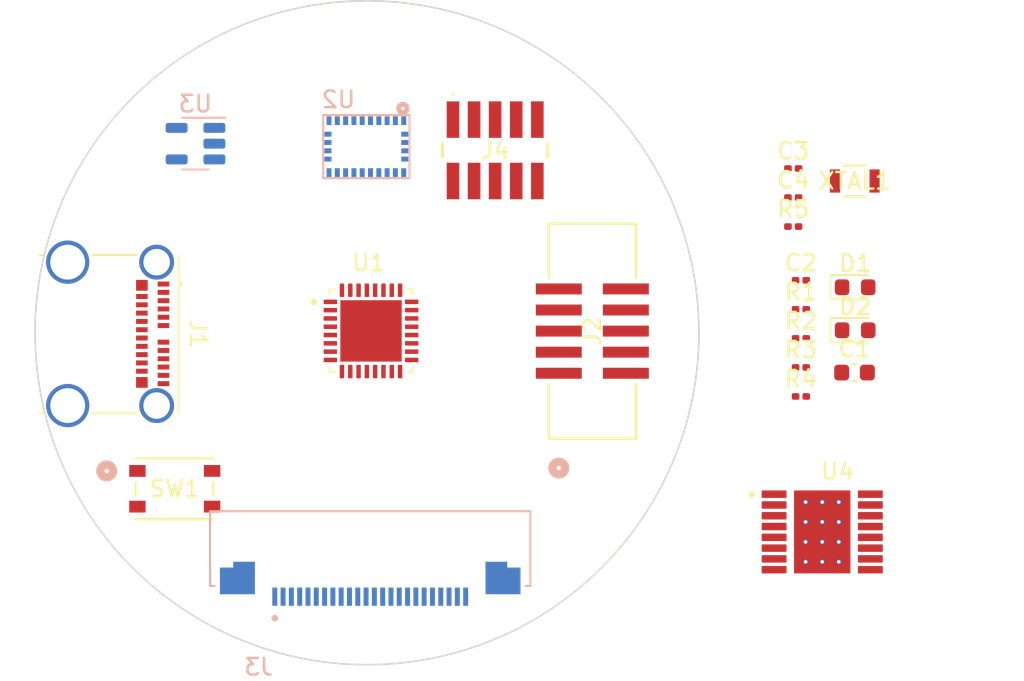
<source format=kicad_pcb>
(kicad_pcb (version 20221018) (generator pcbnew)
  (layers (0 "F.Cu" signal) (31 "B.Cu" signal) (34 "B.Paste" user) (35 "F.Paste" user) (36 "B.SilkS" user "B.Silkscreen") (37 "F.SilkS" user "F.Silkscreen") (38 "B.Mask" user) (39 "F.Mask" user) (44 "Edge.Cuts" user))
  (net 0 "")
  (net 25 "Net-(U1-VDDA-Pad31)")
  (net 36 "Net-(J1-GND-PadA1)")
  (net 69 "VBUS")
  (net 70 "Net-(J1-CC1)")
  (net 71 "USB_DP")
  (net 72 "USB_DN")
  (net 73 "Net-(J1-CC2)")
  (net 102 "GND")
  (net 103 "+3.3V")
  (net 104 "Net-(U1-XTAL_32K_P)")
  (net 105 "Net-(U1-XTAL_32K_N)")
  (net 106 "Net-(R5-Pad2)")
  (net 107 "D0")
  (net 108 "D1")
  (net 109 "D2")
  (net 110 "D3")
  (net 111 "D4")
  (net 112 "D5")
  (net 113 "D8")
  (net 114 "D9")
  (net 115 "D10")
  (net 116 "RX_D7")
  (net 117 "TX_D6")
  (footprint "Capacitor_SMD:C_0201_0603Metric" (layer "F.Cu") (at 153.2912 62.9199)
    (fp_text reference "C4" (at 0 -1.05) (layer "F.SilkS"))
    (fp_text value "22pF")
    (pad "1" smd roundrect (at -0.32 0) (size 0.46 0.4) (layers "F.Cu" "F.Mask") (net 105 "Net-(U1-XTAL_32K_N)"))
    (pad "2" smd roundrect (at 0.32 0) (size 0.46 0.4) (layers "F.Cu" "F.Mask") (net 102 "GND"))
  )
  (footprint "Connector_USB:USB_C_Receptacle_Molex_105450-0101-L" (layer "F.Cu") (at 112.131 71.1348 -90)
    (fp_text reference "J1" (at 0 -5.315 -90 unlocked) (layer "F.SilkS"))
    (fp_text value "USB_C_Receptacle")
    (fp_line (start -4.75 -4.125) (end 4.75 -4.125) (stroke (width 0.12)) (layer "F.SilkS"))
    (fp_line (start -4.75 -1.625) (end -4.75 1.075) (stroke (width 0.12)) (layer "F.SilkS"))
    (fp_line (start -4.75 4.235) (end -4.75 4.025) (stroke (width 0.12)) (layer "F.SilkS"))
    (fp_line (start -3.125 -4.275) (end -2.9 -4.275) (stroke (width 0.12)) (layer "F.SilkS"))
    (fp_line (start 4.75 1.125) (end 4.75 -1.6) (stroke (width 0.12)) (layer "F.SilkS"))
    (fp_line (start 4.75 4.225) (end 4.75 4) (stroke (width 0.12)) (layer "F.SilkS"))
    (pad "A1" smd rect (at -3 -3.215 270) (size 0.3 0.7) (layers "F.Cu" "F.Paste" "F.Mask") (net 36 "Net-(J1-GND-PadA1)"))
    (pad "A2" smd rect (at -2.5 -3.215 270) (size 0.3 0.7) (layers "F.Cu" "F.Paste" "F.Mask"))
    (pad "A3" smd rect (at -2 -3.215 270) (size 0.3 0.7) (layers "F.Cu" "F.Paste" "F.Mask"))
    (pad "A4" smd rect (at -1.5 -3.215 270) (size 0.3 0.7) (layers "F.Cu" "F.Paste" "F.Mask") (net 69 "VBUS"))
    (pad "A5" smd rect (at -1 -3.215 270) (size 0.3 0.7) (layers "F.Cu" "F.Paste" "F.Mask") (net 70 "Net-(J1-CC1)"))
    (pad "A6" smd rect (at -0.5 -3.215 270) (size 0.3 0.7) (layers "F.Cu" "F.Paste" "F.Mask") (net 71 "USB_DP"))
    (pad "A7" smd rect (at 0.5 -3.215 270) (size 0.3 0.7) (layers "F.Cu" "F.Paste" "F.Mask") (net 72 "USB_DN"))
    (pad "A8" smd rect (at 1 -3.215 270) (size 0.3 0.7) (layers "F.Cu" "F.Paste" "F.Mask"))
    (pad "A9" smd rect (at 1.5 -3.215 270) (size 0.3 0.7) (layers "F.Cu" "F.Paste" "F.Mask") (net 69 "VBUS"))
    (pad "A10" smd rect (at 2 -3.215 270) (size 0.3 0.7) (layers "F.Cu" "F.Paste" "F.Mask"))
    (pad "A11" smd rect (at 2.5 -3.215 270) (size 0.3 0.7) (layers "F.Cu" "F.Paste" "F.Mask"))
    (pad "A12" smd rect (at 3 -3.215 270) (size 0.3 0.7) (layers "F.Cu" "F.Paste" "F.Mask") (net 36 "Net-(J1-GND-PadA1)"))
    (pad "B1" smd rect (at 2.925 -1.915 270) (size 0.65 0.7) (layers "F.Cu" "F.Paste" "F.Mask") (net 36 "Net-(J1-GND-PadA1)"))
    (pad "B2" smd rect (at 2.25 -1.915 270) (size 0.3 0.7) (layers "F.Cu" "F.Paste" "F.Mask"))
    (pad "B3" smd rect (at 1.75 -1.915 270) (size 0.3 0.7) (layers "F.Cu" "F.Paste" "F.Mask"))
    (pad "B4" smd rect (at 1.25 -1.915 270) (size 0.3 0.7) (layers "F.Cu" "F.Paste" "F.Mask") (net 69 "VBUS"))
    (pad "B5" smd rect (at 0.75 -1.915 270) (size 0.3 0.7) (layers "F.Cu" "F.Paste" "F.Mask") (net 73 "Net-(J1-CC2)"))
    (pad "B6" smd rect (at 0.25 -1.915 270) (size 0.3 0.7) (layers "F.Cu" "F.Paste" "F.Mask") (net 71 "USB_DP"))
    (pad "B7" smd rect (at -0.25 -1.915 270) (size 0.3 0.7) (layers "F.Cu" "F.Paste" "F.Mask") (net 72 "USB_DN"))
    (pad "B8" smd rect (at -0.75 -1.915 270) (size 0.3 0.7) (layers "F.Cu" "F.Paste" "F.Mask"))
    (pad "B9" smd rect (at -1.25 -1.915 270) (size 0.3 0.7) (layers "F.Cu" "F.Paste" "F.Mask") (net 69 "VBUS"))
    (pad "B10" smd rect (at -1.75 -1.915 270) (size 0.3 0.7) (layers "F.Cu" "F.Paste" "F.Mask"))
    (pad "B11" smd rect (at -2.25 -1.915 270) (size 0.3 0.7) (layers "F.Cu" "F.Paste" "F.Mask"))
    (pad "B12" smd rect (at -2.925 -1.915 270) (size 0.65 0.7) (layers "F.Cu" "F.Paste" "F.Mask") (net 36 "Net-(J1-GND-PadA1)"))
    (pad "S1" thru_hole circle (at -4.32 -2.805 270) (size 2.1 2.1) (drill 1.6) (layers "*.Cu" "*.Mask"))
    (pad "S1" thru_hole circle (at -4.32 2.555 270) (size 2.6 2.6) (drill 2.1) (layers "*.Cu" "*.Mask"))
    (pad "S1" thru_hole circle (at 4.32 -2.805 270) (size 2.1 2.1) (drill 1.6) (layers "*.Cu" "*.Mask"))
    (pad "S1" thru_hole circle (at 4.32 2.555 270) (size 2.6 2.6) (drill 2.1) (layers "*.Cu" "*.Mask"))
  )
  (footprint "ESP32C3:QFN32_5X5MM" (layer "F.Cu") (at 127.8516 70.956)
    (fp_text reference "U1" (at -0.135 -4.105) (layer "F.SilkS"))
    (fp_text value "ESP32C3")
    (fp_line (start -2.5 -2.5) (end -2.5 -2.205) (stroke (width 0.127)) (layer "F.SilkS"))
    (fp_line (start -2.5 -2.5) (end -2.205 -2.5) (stroke (width 0.127)) (layer "F.SilkS"))
    (fp_line (start -2.5 2.5) (end -2.5 2.205) (stroke (width 0.127)) (layer "F.SilkS"))
    (fp_line (start -2.5 2.5) (end -2.205 2.5) (stroke (width 0.127)) (layer "F.SilkS"))
    (fp_line (start 2.5 -2.5) (end 2.205 -2.5) (stroke (width 0.127)) (layer "F.SilkS"))
    (fp_line (start 2.5 -2.5) (end 2.5 -2.205) (stroke (width 0.127)) (layer "F.SilkS"))
    (fp_line (start 2.5 2.5) (end 2.205 2.5) (stroke (width 0.127)) (layer "F.SilkS"))
    (fp_line (start 2.5 2.5) (end 2.5 2.205) (stroke (width 0.127)) (layer "F.SilkS"))
    (fp_circle (center -3.46 -1.75) (end -3.36 -1.75) (stroke (width 0.2)) (fill none) (layer "F.SilkS"))
    (fp_circle (center -3.46 -1.75) (end -3.36 -1.75) (stroke (width 0.2)) (fill none) (layer "F.SilkS"))
    (pad "1" smd roundrect (at -2.45 -1.75) (size 0.81 0.27) (layers "F.Cu" "F.Paste" "F.Mask") (roundrect_rratio 0.125))
    (pad "2" smd roundrect (at -2.45 -1.25) (size 0.81 0.27) (layers "F.Cu" "F.Paste" "F.Mask") (roundrect_rratio 0.125) (net 103 "+3.3V"))
    (pad "3" smd roundrect (at -2.45 -0.75) (size 0.81 0.27) (layers "F.Cu" "F.Paste" "F.Mask") (roundrect_rratio 0.125) (net 103 "+3.3V"))
    (pad "4" smd roundrect (at -2.45 -0.25) (size 0.81 0.27) (layers "F.Cu" "F.Paste" "F.Mask") (roundrect_rratio 0.125) (net 104 "Net-(U1-XTAL_32K_P)"))
    (pad "5" smd roundrect (at -2.45 0.25) (size 0.81 0.27) (layers "F.Cu" "F.Paste" "F.Mask") (roundrect_rratio 0.125) (net 105 "Net-(U1-XTAL_32K_N)"))
    (pad "6" smd roundrect (at -2.45 0.75) (size 0.81 0.27) (layers "F.Cu" "F.Paste" "F.Mask") (roundrect_rratio 0.125) (net 107 "D0"))
    (pad "7" smd roundrect (at -2.45 1.25) (size 0.81 0.27) (layers "F.Cu" "F.Paste" "F.Mask") (roundrect_rratio 0.125))
    (pad "8" smd roundrect (at -2.45 1.75) (size 0.81 0.27) (layers "F.Cu" "F.Paste" "F.Mask") (roundrect_rratio 0.125) (net 108 "D1"))
    (pad "9" smd roundrect (at -1.75 2.45) (size 0.27 0.81) (layers "F.Cu" "F.Paste" "F.Mask") (roundrect_rratio 0.125) (net 109 "D2"))
    (pad "10" smd roundrect (at -1.25 2.45) (size 0.27 0.81) (layers "F.Cu" "F.Paste" "F.Mask") (roundrect_rratio 0.125) (net 110 "D3"))
    (pad "11" smd roundrect (at -0.75 2.45) (size 0.27 0.81) (layers "F.Cu" "F.Paste" "F.Mask") (roundrect_rratio 0.125))
    (pad "12" smd roundrect (at -0.25 2.45) (size 0.27 0.81) (layers "F.Cu" "F.Paste" "F.Mask") (roundrect_rratio 0.125) (net 111 "D4"))
    (pad "13" smd roundrect (at 0.25 2.45) (size 0.27 0.81) (layers "F.Cu" "F.Paste" "F.Mask") (roundrect_rratio 0.125) (net 112 "D5"))
    (pad "14" smd roundrect (at 0.75 2.45) (size 0.27 0.81) (layers "F.Cu" "F.Paste" "F.Mask") (roundrect_rratio 0.125) (net 113 "D8"))
    (pad "15" smd roundrect (at 1.25 2.45) (size 0.27 0.81) (layers "F.Cu" "F.Paste" "F.Mask") (roundrect_rratio 0.125) (net 114 "D9"))
    (pad "16" smd roundrect (at 1.75 2.45) (size 0.27 0.81) (layers "F.Cu" "F.Paste" "F.Mask") (roundrect_rratio 0.125) (net 115 "D10"))
    (pad "17" smd roundrect (at 2.45 1.75) (size 0.81 0.27) (layers "F.Cu" "F.Paste" "F.Mask") (roundrect_rratio 0.125))
    (pad "18" smd roundrect (at 2.45 1.25) (size 0.81 0.27) (layers "F.Cu" "F.Paste" "F.Mask") (roundrect_rratio 0.125))
    (pad "19" smd roundrect (at 2.45 0.75) (size 0.81 0.27) (layers "F.Cu" "F.Paste" "F.Mask") (roundrect_rratio 0.125))
    (pad "20" smd roundrect (at 2.45 0.25) (size 0.81 0.27) (layers "F.Cu" "F.Paste" "F.Mask") (roundrect_rratio 0.125))
    (pad "21" smd roundrect (at 2.45 -0.25) (size 0.81 0.27) (layers "F.Cu" "F.Paste" "F.Mask") (roundrect_rratio 0.125))
    (pad "22" smd roundrect (at 2.45 -0.75) (size 0.81 0.27) (layers "F.Cu" "F.Paste" "F.Mask") (roundrect_rratio 0.125))
    (pad "23" smd roundrect (at 2.45 -1.25) (size 0.81 0.27) (layers "F.Cu" "F.Paste" "F.Mask") (roundrect_rratio 0.125))
    (pad "24" smd roundrect (at 2.45 -1.75) (size 0.81 0.27) (layers "F.Cu" "F.Paste" "F.Mask") (roundrect_rratio 0.125))
    (pad "25" smd roundrect (at 1.75 -2.45) (size 0.27 0.81) (layers "F.Cu" "F.Paste" "F.Mask") (roundrect_rratio 0.125) (net 72 "USB_DN"))
    (pad "26" smd roundrect (at 1.25 -2.45) (size 0.27 0.81) (layers "F.Cu" "F.Paste" "F.Mask") (roundrect_rratio 0.125) (net 71 "USB_DP"))
    (pad "27" smd roundrect (at 0.75 -2.45) (size 0.27 0.81) (layers "F.Cu" "F.Paste" "F.Mask") (roundrect_rratio 0.125) (net 116 "RX_D7"))
    (pad "28" smd roundrect (at 0.25 -2.45) (size 0.27 0.81) (layers "F.Cu" "F.Paste" "F.Mask") (roundrect_rratio 0.125) (net 117 "TX_D6"))
    (pad "29" smd roundrect (at -0.25 -2.45) (size 0.27 0.81) (layers "F.Cu" "F.Paste" "F.Mask") (roundrect_rratio 0.125))
    (pad "30" smd roundrect (at -0.75 -2.45) (size 0.27 0.81) (layers "F.Cu" "F.Paste" "F.Mask") (roundrect_rratio 0.125))
    (pad "31" smd roundrect (at -1.25 -2.45) (size 0.27 0.81) (layers "F.Cu" "F.Paste" "F.Mask") (roundrect_rratio 0.125) (net 25 "Net-(U1-VDDA-Pad31)"))
    (pad "32" smd roundrect (at -1.75 -2.45) (size 0.27 0.81) (layers "F.Cu" "F.Paste" "F.Mask") (roundrect_rratio 0.125) (net 25 "Net-(U1-VDDA-Pad31)"))
    (pad "33" smd rect (at 0 0) (size 3.7 3.7) (layers "F.Cu" "F.Mask") (net 102 "GND"))
  )
  (footprint "Capacitor_SMD:C_0603_1608Metric" (layer "F.Cu") (at 156.9828 73.466)
    (fp_text reference "C1" (at 0 -1.43) (layer "F.SilkS"))
    (fp_text value "10uF")
    (fp_line (start -0.14058 -0.51) (end 0.14058 -0.51) (stroke (width 0.12)) (layer "F.SilkS"))
    (fp_line (start -0.14058 0.51) (end 0.14058 0.51) (stroke (width 0.12)) (layer "F.SilkS"))
    (pad "1" smd roundrect (at -0.775 0) (size 0.9 0.95) (layers "F.Cu" "F.Paste" "F.Mask"))
    (pad "2" smd roundrect (at 0.775 0) (size 0.9 0.95) (layers "F.Cu" "F.Paste" "F.Mask") (net 103 "+3.3V"))
  )
  (footprint "Resistor_SMD:R_0201_0603Metric" (layer "F.Cu") (at 153.7528 69.656)
    (fp_text reference "R1" (at 0 -1.05) (layer "F.SilkS"))
    (fp_text value "100")
    (pad "1" smd roundrect (at -0.32 0) (size 0.46 0.4) (layers "F.Cu" "F.Mask"))
    (pad "2" smd roundrect (at 0.32 0) (size 0.46 0.4) (layers "F.Cu" "F.Mask"))
  )
  (footprint "ABS07-32.768KHZ-7-T:XTAL_ABS07-32.768KHZ-7-T_ABR" (layer "F.Cu") (at 156.9974 61.9252)
    (fp_text reference "XTAL1" (at 0 0 unlocked) (layer "F.SilkS"))
    (fp_text value "ABS07-32.768KHZ-7-T")
    (fp_line (start -0.647219 0.9271) (end 0.647219 0.9271) (stroke (width 0.1524)) (layer "F.SilkS"))
    (fp_line (start 0.647219 -0.9271) (end -0.647219 -0.9271) (stroke (width 0.1524)) (layer "F.SilkS"))
    (pad "1" smd rect (at -1.1938 0) (size 0.6096 1.397) (layers "F.Cu" "F.Paste" "F.Mask") (net 104 "Net-(U1-XTAL_32K_P)"))
    (pad "2" smd rect (at 1.1938 0) (size 0.6096 1.397) (layers "F.Cu" "F.Paste" "F.Mask") (net 105 "Net-(U1-XTAL_32K_N)"))
  )
  (footprint "3221-10-0300-00:CONN10_3221-10-0300-00_CNC" (layer "F.Cu") (at 141.185202 70.9676 90)
    (fp_text reference "J2" (at 0 0 90 unlocked) (layer "F.SilkS"))
    (fp_text value "3221-10-0300-00")
    (fp_circle (center -8.255 -2.02) (end -7.874 -2.02) (stroke (width 0.508)) (fill none) (layer "B.SilkS"))
    (fp_line (start -6.477 -2.6289) (end -6.477 2.6289) (stroke (width 0.1524)) (layer "F.SilkS"))
    (fp_line (start -6.477 2.6289) (end -3.20294 2.6289) (stroke (width 0.1524)) (layer "F.SilkS"))
    (fp_line (start -3.20294 -2.6289) (end -6.477 -2.6289) (stroke (width 0.1524)) (layer "F.SilkS"))
    (fp_line (start 3.20294 2.6289) (end 6.477 2.6289) (stroke (width 0.1524)) (layer "F.SilkS"))
    (fp_line (start 6.477 -2.6289) (end 3.20294 -2.6289) (stroke (width 0.1524)) (layer "F.SilkS"))
    (fp_line (start 6.477 2.6289) (end 6.477 -2.6289) (stroke (width 0.1524)) (layer "F.SilkS"))
    (fp_circle (center -8.255 -2.02) (end -7.874 -2.02) (stroke (width 0.508)) (fill none) (layer "F.SilkS"))
    (pad "1" smd rect (at -2.54 -2.019998 90) (size 0.6604 2.7686) (layers "F.Cu" "F.Paste" "F.Mask"))
    (pad "2" smd rect (at -1.27 -2.019998 90) (size 0.6604 2.7686) (layers "F.Cu" "F.Paste" "F.Mask"))
    (pad "3" smd rect (at 0 -2.019998 90) (size 0.6604 2.7686) (layers "F.Cu" "F.Paste" "F.Mask"))
    (pad "4" smd rect (at 1.27 -2.019998 90) (size 0.6604 2.7686) (layers "F.Cu" "F.Paste" "F.Mask"))
    (pad "5" smd rect (at 2.54 -2.019998 90) (size 0.6604 2.7686) (layers "F.Cu" "F.Paste" "F.Mask"))
    (pad "6" smd rect (at -2.54 2.019998 90) (size 0.6604 2.7686) (layers "F.Cu" "F.Paste" "F.Mask"))
    (pad "7" smd rect (at -1.27 2.019998 90) (size 0.6604 2.7686) (layers "F.Cu" "F.Paste" "F.Mask"))
    (pad "8" smd rect (at 0 2.019998 90) (size 0.6604 2.7686) (layers "F.Cu" "F.Paste" "F.Mask"))
    (pad "9" smd rect (at 1.27 2.019998 90) (size 0.6604 2.7686) (layers "F.Cu" "F.Paste" "F.Mask"))
    (pad "10" smd rect (at 2.54 2.019998 90) (size 0.6604 2.7686) (layers "F.Cu" "F.Paste" "F.Mask"))
  )
  (footprint "Capacitor_SMD:C_0201_0603Metric" (layer "F.Cu") (at 153.7528 67.906)
    (fp_text reference "C2" (at 0 -1.05) (layer "F.SilkS"))
    (fp_text value "1uF")
    (pad "1" smd roundrect (at -0.32 0) (size 0.46 0.4) (layers "F.Cu" "F.Mask") (net 103 "+3.3V"))
    (pad "2" smd roundrect (at 0.32 0) (size 0.46 0.4) (layers "F.Cu" "F.Mask"))
  )
  (footprint "Resistor_SMD:R_0201_0603Metric" (layer "F.Cu") (at 153.7528 71.406)
    (fp_text reference "R2" (at 0 -1.05) (layer "F.SilkS"))
    (fp_text value "100")
    (pad "1" smd roundrect (at -0.32 0) (size 0.46 0.4) (layers "F.Cu" "F.Mask"))
    (pad "2" smd roundrect (at 0.32 0) (size 0.46 0.4) (layers "F.Cu" "F.Mask"))
  )
  (footprint "LED_SMD:LED_0603_1608Metric" (layer "F.Cu") (at 157.0228 68.326)
    (fp_text reference "D1" (at 0 -1.43) (layer "F.SilkS"))
    (fp_text value "LED")
    (fp_line (start -1.485 -0.735) (end -1.485 0.735) (stroke (width 0.12)) (layer "F.SilkS"))
    (fp_line (start -1.485 0.735) (end 0.8 0.735) (stroke (width 0.12)) (layer "F.SilkS"))
    (fp_line (start 0.8 -0.735) (end -1.485 -0.735) (stroke (width 0.12)) (layer "F.SilkS"))
    (pad "1" smd roundrect (at -0.7875 0) (size 0.875 0.95) (layers "F.Cu" "F.Paste" "F.Mask"))
    (pad "2" smd roundrect (at 0.7875 0) (size 0.875 0.95) (layers "F.Cu" "F.Paste" "F.Mask"))
  )
  (footprint "LED_SMD:LED_0603_1608Metric" (layer "F.Cu") (at 157.0228 70.916)
    (fp_text reference "D2" (at 0 -1.43) (layer "F.SilkS"))
    (fp_text value "LED")
    (fp_line (start -1.485 -0.735) (end -1.485 0.735) (stroke (width 0.12)) (layer "F.SilkS"))
    (fp_line (start -1.485 0.735) (end 0.8 0.735) (stroke (width 0.12)) (layer "F.SilkS"))
    (fp_line (start 0.8 -0.735) (end -1.485 -0.735) (stroke (width 0.12)) (layer "F.SilkS"))
    (pad "1" smd roundrect (at -0.7875 0) (size 0.875 0.95) (layers "F.Cu" "F.Paste" "F.Mask"))
    (pad "2" smd roundrect (at 0.7875 0) (size 0.875 0.95) (layers "F.Cu" "F.Paste" "F.Mask"))
  )
  (footprint "Resistor_SMD:R_0201_0603Metric" (layer "F.Cu") (at 153.2912 64.6699)
    (fp_text reference "R5" (at 0 -1.05) (layer "F.SilkS"))
    (fp_text value "10k")
    (pad "1" smd roundrect (at -0.32 0) (size 0.46 0.4) (layers "F.Cu" "F.Mask") (net 103 "+3.3V"))
    (pad "2" smd roundrect (at 0.32 0) (size 0.46 0.4) (layers "F.Cu" "F.Mask") (net 106 "Net-(R5-Pad2)"))
  )
  (footprint "Resistor_SMD:R_0201_0603Metric" (layer "F.Cu") (at 153.7528 73.156)
    (fp_text reference "R3" (at 0 -1.05) (layer "F.SilkS"))
    (fp_text value "6.1K")
    (pad "1" smd roundrect (at -0.32 0) (size 0.46 0.4) (layers "F.Cu" "F.Mask") (net 73 "Net-(J1-CC2)"))
    (pad "2" smd roundrect (at 0.32 0) (size 0.46 0.4) (layers "F.Cu" "F.Mask") (net 102 "GND"))
  )
  (footprint "Capacitor_SMD:C_0201_0603Metric" (layer "F.Cu") (at 153.2912 61.1699)
    (fp_text reference "C3" (at 0 -1.05) (layer "F.SilkS"))
    (fp_text value "22pF")
    (pad "1" smd roundrect (at -0.32 0) (size 0.46 0.4) (layers "F.Cu" "F.Mask") (net 104 "Net-(U1-XTAL_32K_P)"))
    (pad "2" smd roundrect (at 0.32 0) (size 0.46 0.4) (layers "F.Cu" "F.Mask") (net 102 "GND"))
  )
  (footprint "DRV8410PWPR:IC_DRV8410PWPR" (layer "F.Cu") (at 155.0372 83.069)
    (fp_text reference "U4" (at 0.925 -3.635) (layer "F.SilkS"))
    (fp_text value "DRV8410PWPR")
    (fp_circle (center -4.25 -2.25) (end -4.15 -2.25) (stroke (width 0.2)) (fill none) (layer "F.SilkS"))
    (pad "1" smd roundrect (at -2.9 -2.275) (size 1.5 0.45) (layers "F.Cu" "F.Paste") (roundrect_rratio 0.1))
    (pad "2" smd roundrect (at -2.9 -1.625) (size 1.5 0.45) (layers "F.Cu" "F.Paste") (roundrect_rratio 0.1))
    (pad "3" smd roundrect (at -2.9 -0.975) (size 1.5 0.45) (layers "F.Cu" "F.Paste") (roundrect_rratio 0.1))
    (pad "4" smd roundrect (at -2.9 -0.325) (size 1.5 0.45) (layers "F.Cu" "F.Paste") (roundrect_rratio 0.1))
    (pad "5" smd roundrect (at -2.9 0.325) (size 1.5 0.45) (layers "F.Cu" "F.Paste") (roundrect_rratio 0.1))
    (pad "6" smd roundrect (at -2.9 0.975) (size 1.5 0.45) (layers "F.Cu" "F.Paste") (roundrect_rratio 0.1))
    (pad "7" smd roundrect (at -2.9 1.625) (size 1.5 0.45) (layers "F.Cu" "F.Paste") (roundrect_rratio 0.1))
    (pad "8" smd roundrect (at -2.9 2.275) (size 1.5 0.45) (layers "F.Cu" "F.Paste") (roundrect_rratio 0.1))
    (pad "9" smd roundrect (at 2.9 2.275) (size 1.5 0.45) (layers "F.Cu" "F.Paste") (roundrect_rratio 0.1))
    (pad "10" smd roundrect (at 2.9 1.625) (size 1.5 0.45) (layers "F.Cu" "F.Paste") (roundrect_rratio 0.1))
    (pad "11" smd roundrect (at 2.9 0.975) (size 1.5 0.45) (layers "F.Cu" "F.Paste") (roundrect_rratio 0.1))
    (pad "12" smd roundrect (at 2.9 0.325) (size 1.5 0.45) (layers "F.Cu" "F.Paste") (roundrect_rratio 0.1))
    (pad "13" smd roundrect (at 2.9 -0.325) (size 1.5 0.45) (layers "F.Cu" "F.Paste") (roundrect_rratio 0.1))
    (pad "14" smd roundrect (at 2.9 -0.975) (size 1.5 0.45) (layers "F.Cu" "F.Paste") (roundrect_rratio 0.1))
    (pad "15" smd roundrect (at 2.9 -1.625) (size 1.5 0.45) (layers "F.Cu" "F.Paste") (roundrect_rratio 0.1))
    (pad "16" smd roundrect (at 2.9 -2.275) (size 1.5 0.45) (layers "F.Cu" "F.Paste") (roundrect_rratio 0.1))
    (pad "17" smd roundrect (at 0 0) (size 3.4 5) (layers "F.Cu") (roundrect_rratio 0.015))
    (pad "18_1" thru_hole circle (at -1 -1.8) (size 0.3 0.3) (drill 0.2) (layers "*.Cu"))
    (pad "18_2" thru_hole circle (at -1 -0.6) (size 0.3 0.3) (drill 0.2) (layers "*.Cu"))
    (pad "18_3" thru_hole circle (at -1 0.6) (size 0.3 0.3) (drill 0.2) (layers "*.Cu"))
    (pad "18_4" thru_hole circle (at -1 1.8) (size 0.3 0.3) (drill 0.2) (layers "*.Cu"))
    (pad "18_5" thru_hole circle (at 0 -1.8) (size 0.3 0.3) (drill 0.2) (layers "*.Cu"))
    (pad "18_6" thru_hole circle (at 0 -0.6) (size 0.3 0.3) (drill 0.2) (layers "*.Cu"))
    (pad "18_7" thru_hole circle (at 0 0.6) (size 0.3 0.3) (drill 0.2) (layers "*.Cu"))
    (pad "18_8" thru_hole circle (at 0 1.8) (size 0.3 0.3) (drill 0.2) (layers "*.Cu"))
    (pad "18_9" thru_hole circle (at 1 -1.8) (size 0.3 0.3) (drill 0.2) (layers "*.Cu"))
    (pad "18_10" thru_hole circle (at 1 -0.6) (size 0.3 0.3) (drill 0.2) (layers "*.Cu"))
    (pad "18_11" thru_hole circle (at 1 0.6) (size 0.3 0.3) (drill 0.2) (layers "*.Cu"))
    (pad "18_12" thru_hole circle (at 1 1.8) (size 0.3 0.3) (drill 0.2) (layers "*.Cu"))
  )
  (footprint "PTS815:SW4_PTS815 SJM 250 SMTR LFS_CNK" (layer "F.Cu") (at 116.0272 80.4672)
    (fp_text reference "SW1" (at 0 0 unlocked) (layer "F.SilkS"))
    (fp_text value "PTS815 SJM 250 SMTR LFS")
    (fp_circle (center -4.1021 -1.075) (end -3.7211 -1.075) (stroke (width 0.508)) (fill none) (layer "B.SilkS"))
    (fp_line (start -2.3241 -0.386659) (end -2.3241 0.386659) (stroke (width 0.1524)) (layer "F.SilkS"))
    (fp_line (start -2.3241 1.8288) (end 2.3241 1.8288) (stroke (width 0.1524)) (layer "F.SilkS"))
    (fp_line (start 2.3241 -1.8288) (end -2.3241 -1.8288) (stroke (width 0.1524)) (layer "F.SilkS"))
    (fp_line (start 2.3241 0.386659) (end 2.3241 -0.386659) (stroke (width 0.1524)) (layer "F.SilkS"))
    (fp_circle (center -4.1021 -1.075) (end -3.7211 -1.075) (stroke (width 0.508)) (fill none) (layer "F.SilkS"))
    (pad "1" smd rect (at -2.250001 -1.074999) (size 0.9906 0.7112) (layers "F.Cu" "F.Paste" "F.Mask"))
    (pad "2" smd rect (at 2.250001 -1.074999) (size 0.9906 0.7112) (layers "F.Cu" "F.Paste" "F.Mask") (net 106 "Net-(R5-Pad2)"))
    (pad "3" smd rect (at -2.250001 1.074999) (size 0.9906 0.7112) (layers "F.Cu" "F.Paste" "F.Mask"))
    (pad "4" smd rect (at 2.250001 1.074999) (size 0.9906 0.7112) (layers "F.Cu" "F.Paste" "F.Mask") (net 102 "GND"))
  )
  (footprint "GRPB052VWQP-RC:GRPB052VWQPRC" (layer "F.Cu") (at 135.3312 60.0752)
    (fp_text reference "J4" (at 0 0) (layer "F.SilkS"))
    (fp_text value "GRPB052VWQP-RC")
    (fp_line (start -3.175 0.4) (end -3.175 -0.4) (stroke (width 0.2)) (layer "F.SilkS"))
    (fp_line (start -2.54 -3.4) (end -2.54 -3.4) (stroke (width 0.1)) (layer "F.SilkS"))
    (fp_line (start -2.54 -3.3) (end -2.54 -3.3) (stroke (width 0.1)) (layer "F.SilkS"))
    (fp_line (start 3.175 0.4) (end 3.175 -0.4) (stroke (width 0.2)) (layer "F.SilkS"))
    (fp_arc (start -2.54 -3.4) (mid -2.49 -3.35) (end -2.54 -3.3) (stroke (width 0.1)) (layer "F.SilkS"))
    (fp_arc (start -2.54 -3.3) (mid -2.59 -3.35) (end -2.54 -3.4) (stroke (width 0.1)) (layer "F.SilkS"))
    (pad "" np_thru_hole circle (at -1.905 0) (size 1 1) (drill 1) (layers "*.Cu" "*.Mask"))
    (pad "" np_thru_hole circle (at 1.905 0) (size 1 1) (drill 1) (layers "*.Cu" "*.Mask"))
    (pad "1" smd rect (at -2.54 -1.85) (size 0.76 2.2) (layers "F.Cu" "F.Paste" "F.Mask") (net 112 "D5"))
    (pad "2" smd rect (at -2.54 1.85) (size 0.76 2.2) (layers "F.Cu" "F.Paste" "F.Mask") (net 107 "D0"))
    (pad "3" smd rect (at -1.27 -1.85) (size 0.76 2.2) (layers "F.Cu" "F.Paste" "F.Mask") (net 113 "D8"))
    (pad "4" smd rect (at -1.27 1.85) (size 0.76 2.2) (layers "F.Cu" "F.Paste" "F.Mask") (net 108 "D1"))
    (pad "5" smd rect (at 0 -1.85) (size 0.76 2.2) (layers "F.Cu" "F.Paste" "F.Mask") (net 114 "D9"))
    (pad "6" smd rect (at 0 1.85) (size 0.76 2.2) (layers "F.Cu" "F.Paste" "F.Mask") (net 109 "D2"))
    (pad "7" smd rect (at 1.27 -1.85) (size 0.76 2.2) (layers "F.Cu" "F.Paste" "F.Mask") (net 102 "GND"))
    (pad "8" smd rect (at 1.27 1.85) (size 0.76 2.2) (layers "F.Cu" "F.Paste" "F.Mask") (net 110 "D3"))
    (pad "9" smd rect (at 2.54 -1.85) (size 0.76 2.2) (layers "F.Cu" "F.Paste" "F.Mask") (net 102 "GND"))
    (pad "10" smd rect (at 2.54 1.85) (size 0.76 2.2) (layers "F.Cu" "F.Paste" "F.Mask") (net 111 "D4"))
  )
  (footprint "Resistor_SMD:R_0201_0603Metric" (layer "F.Cu") (at 153.7528 74.906)
    (fp_text reference "R4" (at 0 -1.05) (layer "F.SilkS"))
    (fp_text value "5.1K")
    (pad "1" smd roundrect (at -0.32 0) (size 0.46 0.4) (layers "F.Cu" "F.Mask") (net 70 "Net-(J1-CC1)"))
    (pad "2" smd roundrect (at 0.32 0) (size 0.46 0.4) (layers "F.Cu" "F.Mask") (net 102 "GND"))
  )
  (footprint "Package_TO_SOT_SMD:SOT-23-5" (layer "B.Cu") (at 117.2773 59.6748 180)
    (fp_text reference "U3" (at 0 2.4) (layer "B.SilkS") (effects (justify mirror)))
    (fp_text value "MIC5504-3.3YM5")
    (fp_line (start 0 -1.56) (end -0.8 -1.56) (stroke (width 0.12)) (layer "B.SilkS"))
    (fp_line (start 0 -1.56) (end 0.8 -1.56) (stroke (width 0.12)) (layer "B.SilkS"))
    (fp_line (start 0 1.56) (end -1.8 1.56) (stroke (width 0.12)) (layer "B.SilkS"))
    (fp_line (start 0 1.56) (end 0.8 1.56) (stroke (width 0.12)) (layer "B.SilkS"))
    (pad "1" smd roundrect (at -1.1375 0.95 180) (size 1.325 0.6) (layers "B.Cu" "B.Paste" "B.Mask"))
    (pad "2" smd roundrect (at -1.1375 0 180) (size 1.325 0.6) (layers "B.Cu" "B.Paste" "B.Mask"))
    (pad "3" smd roundrect (at -1.1375 -0.95 180) (size 1.325 0.6) (layers "B.Cu" "B.Paste" "B.Mask"))
    (pad "4" smd roundrect (at 1.1375 -0.95 180) (size 1.325 0.6) (layers "B.Cu" "B.Paste" "B.Mask"))
    (pad "5" smd roundrect (at 1.1375 0.95 180) (size 1.325 0.6) (layers "B.Cu" "B.Paste" "B.Mask"))
  )
  (footprint "F32R-1A7H1-11024:AMPHENOL_F32R-1A7H1-11024" (layer "B.Cu") (at 127.8032 84.0696)
    (fp_text reference "J3" (at -6.725 7.135) (layer "B.SilkS") (effects (justify mirror)))
    (fp_text value "F32R-1A7H1-11024")
    (fp_line (start -9.65 -2.25) (end 9.65 -2.25) (stroke (width 0.127)) (layer "B.SilkS"))
    (fp_line (start -9.65 2.25) (end -9.65 -2.25) (stroke (width 0.127)) (layer "B.SilkS"))
    (fp_line (start -9.37 2.25) (end -9.65 2.25) (stroke (width 0.127)) (layer "B.SilkS"))
    (fp_line (start 9.65 -2.25) (end 9.65 2.25) (stroke (width 0.127)) (layer "B.SilkS"))
    (fp_line (start 9.65 2.25) (end 9.37 2.25) (stroke (width 0.127)) (layer "B.SilkS"))
    (fp_circle (center -5.75 4.2) (end -5.65 4.2) (stroke (width 0.2)) (fill none) (layer "B.SilkS"))
    (pad "1" smd rect (at -5.75 2.9) (size 0.3 1.1) (layers "B.Cu" "B.Paste" "B.Mask"))
    (pad "2" smd rect (at -5.25 2.9) (size 0.3 1.1) (layers "B.Cu" "B.Paste" "B.Mask"))
    (pad "3" smd rect (at -4.75 2.9) (size 0.3 1.1) (layers "B.Cu" "B.Paste" "B.Mask"))
    (pad "4" smd rect (at -4.25 2.9) (size 0.3 1.1) (layers "B.Cu" "B.Paste" "B.Mask"))
    (pad "5" smd rect (at -3.75 2.9) (size 0.3 1.1) (layers "B.Cu" "B.Paste" "B.Mask"))
    (pad "6" smd rect (at -3.25 2.9) (size 0.3 1.1) (layers "B.Cu" "B.Paste" "B.Mask"))
    (pad "7" smd rect (at -2.75 2.9) (size 0.3 1.1) (layers "B.Cu" "B.Paste" "B.Mask"))
    (pad "8" smd rect (at -2.25 2.9) (size 0.3 1.1) (layers "B.Cu" "B.Paste" "B.Mask"))
    (pad "9" smd rect (at -1.75 2.9) (size 0.3 1.1) (layers "B.Cu" "B.Paste" "B.Mask"))
    (pad "10" smd rect (at -1.25 2.9) (size 0.3 1.1) (layers "B.Cu" "B.Paste" "B.Mask"))
    (pad "11" smd rect (at -0.75 2.9) (size 0.3 1.1) (layers "B.Cu" "B.Paste" "B.Mask"))
    (pad "12" smd rect (at -0.25 2.9) (size 0.3 1.1) (layers "B.Cu" "B.Paste" "B.Mask"))
    (pad "13" smd rect (at 0.25 2.9) (size 0.3 1.1) (layers "B.Cu" "B.Paste" "B.Mask"))
    (pad "14" smd rect (at 0.75 2.9) (size 0.3 1.1) (layers "B.Cu" "B.Paste" "B.Mask"))
    (pad "15" smd rect (at 1.25 2.9) (size 0.3 1.1) (layers "B.Cu" "B.Paste" "B.Mask"))
    (pad "16" smd rect (at 1.75 2.9) (size 0.3 1.1) (layers "B.Cu" "B.Paste" "B.Mask"))
    (pad "17" smd rect (at 2.25 2.9) (size 0.3 1.1) (layers "B.Cu" "B.Paste" "B.Mask"))
    (pad "18" smd rect (at 2.75 2.9) (size 0.3 1.1) (layers "B.Cu" "B.Paste" "B.Mask"))
    (pad "19" smd rect (at 3.25 2.9) (size 0.3 1.1) (layers "B.Cu" "B.Paste" "B.Mask"))
    (pad "20" smd rect (at 3.75 2.9) (size 0.3 1.1) (layers "B.Cu" "B.Paste" "B.Mask"))
    (pad "21" smd rect (at 4.25 2.9) (size 0.3 1.1) (layers "B.Cu" "B.Paste" "B.Mask"))
    (pad "22" smd rect (at 4.75 2.9) (size 0.3 1.1) (layers "B.Cu" "B.Paste" "B.Mask"))
    (pad "23" smd rect (at 5.25 2.9) (size 0.3 1.1) (layers "B.Cu" "B.Paste" "B.Mask"))
    (pad "24" smd rect (at 5.75 2.9) (size 0.3 1.1) (layers "B.Cu" "B.Paste" "B.Mask"))
    (pad "S1" smd custom (at -8 1.95) (size 0.5 0.5) (layers "B.Cu") (options (clearance outline) (anchor rect)) (primitives (gr_poly (pts (xy -1.05 0.8) (xy 1.05 0.8) (xy 1.05 -1.15) (xy -0.25 -1.15) (xy -0.25 -0.8) (xy -1.05 -0.8)) (width 0.01) (fill yes))))
    (pad "S2" smd custom (at 8 1.95) (size 0.5 0.5) (layers "B.Cu") (options (clearance outline) (anchor rect)) (primitives (gr_poly (pts (xy -1.05 0.8) (xy -1.05 -1.15) (xy 0.25 -1.15) (xy 0.25 -0.8) (xy 1.05 -0.8) (xy 1.05 0.8)) (width 0.01) (fill yes))))
  )
  (footprint "BNO055:LGA28R50P4X10_380X520X100" (layer "B.Cu") (at 127.5708 59.8547 180)
    (fp_text reference "U2" (at 1.67669 2.83785) (layer "B.SilkS") (effects (font (size 1.001008 1.001008)) (justify mirror)))
    (fp_text value "BNO055")
    (fp_line (start -2.6 -1.9) (end 2.6 -1.9) (stroke (width 0.127)) (layer "B.SilkS"))
    (fp_line (start -2.6 1.9) (end -2.6 -1.9) (stroke (width 0.127)) (layer "B.SilkS"))
    (fp_line (start 2.6 -1.9) (end 2.6 1.9) (stroke (width 0.127)) (layer "B.SilkS"))
    (fp_line (start 2.6 1.9) (end -2.6 1.9) (stroke (width 0.127)) (layer "B.SilkS"))
    (fp_circle (center -2.2 2.3) (end -2.1 2.3) (stroke (width 0.3048)) (fill none) (layer "B.SilkS"))
    (pad "1" smd rect (at -2.25 1.5625 180) (size 0.3 0.525) (layers "B.Cu" "B.Paste" "B.Mask"))
    (pad "2" smd rect (at -2.3125 0.75 180) (size 0.425 0.3) (layers "B.Cu" "B.Paste" "B.Mask"))
    (pad "3" smd rect (at -2.3125 0.25 180) (size 0.425 0.3) (layers "B.Cu" "B.Paste" "B.Mask"))
    (pad "4" smd rect (at -2.3125 -0.25 180) (size 0.425 0.3) (layers "B.Cu" "B.Paste" "B.Mask"))
    (pad "5" smd rect (at -2.3125 -0.75 180) (size 0.425 0.3) (layers "B.Cu" "B.Paste" "B.Mask"))
    (pad "6" smd rect (at -2.25 -1.5625 180) (size 0.3 0.525) (layers "B.Cu" "B.Paste" "B.Mask"))
    (pad "7" smd rect (at -1.75 -1.5625 180) (size 0.3 0.525) (layers "B.Cu" "B.Paste" "B.Mask"))
    (pad "8" smd rect (at -1.25 -1.5625 180) (size 0.3 0.525) (layers "B.Cu" "B.Paste" "B.Mask"))
    (pad "9" smd rect (at -0.75 -1.5625 180) (size 0.3 0.525) (layers "B.Cu" "B.Paste" "B.Mask"))
    (pad "10" smd rect (at -0.25 -1.5625 180) (size 0.3 0.525) (layers "B.Cu" "B.Paste" "B.Mask"))
    (pad "11" smd rect (at 0.25 -1.5625 180) (size 0.3 0.525) (layers "B.Cu" "B.Paste" "B.Mask"))
    (pad "12" smd rect (at 0.75 -1.5625 180) (size 0.3 0.525) (layers "B.Cu" "B.Paste" "B.Mask"))
    (pad "13" smd rect (at 1.25 -1.5625 180) (size 0.3 0.525) (layers "B.Cu" "B.Paste" "B.Mask"))
    (pad "14" smd rect (at 1.75 -1.5625 180) (size 0.3 0.525) (layers "B.Cu" "B.Paste" "B.Mask"))
    (pad "15" smd rect (at 2.25 -1.5625 180) (size 0.3 0.525) (layers "B.Cu" "B.Paste" "B.Mask"))
    (pad "16" smd rect (at 2.3125 -0.75 180) (size 0.425 0.3) (layers "B.Cu" "B.Paste" "B.Mask"))
    (pad "17" smd rect (at 2.3125 -0.25 180) (size 0.425 0.3) (layers "B.Cu" "B.Paste" "B.Mask"))
    (pad "18" smd rect (at 2.3125 0.25 180) (size 0.425 0.3) (layers "B.Cu" "B.Paste" "B.Mask"))
    (pad "19" smd rect (at 2.3125 0.75 180) (size 0.425 0.3) (layers "B.Cu" "B.Paste" "B.Mask"))
    (pad "20" smd rect (at 2.25 1.5625 180) (size 0.3 0.525) (layers "B.Cu" "B.Paste" "B.Mask"))
    (pad "21" smd rect (at 1.75 1.5625 180) (size 0.3 0.525) (layers "B.Cu" "B.Paste" "B.Mask"))
    (pad "22" smd rect (at 1.25 1.5625 180) (size 0.3 0.525) (layers "B.Cu" "B.Paste" "B.Mask"))
    (pad "23" smd rect (at 0.75 1.5625 180) (size 0.3 0.525) (layers "B.Cu" "B.Paste" "B.Mask"))
    (pad "24" smd rect (at 0.25 1.5625 180) (size 0.3 0.525) (layers "B.Cu" "B.Paste" "B.Mask"))
    (pad "25" smd rect (at -0.25 1.5625 180) (size 0.3 0.525) (layers "B.Cu" "B.Paste" "B.Mask"))
    (pad "26" smd rect (at -0.75 1.5625 180) (size 0.3 0.525) (layers "B.Cu" "B.Paste" "B.Mask"))
    (pad "27" smd rect (at -1.25 1.5625 180) (size 0.3 0.525) (layers "B.Cu" "B.Paste" "B.Mask"))
    (pad "28" smd rect (at -1.75 1.5625 180) (size 0.3 0.525) (layers "B.Cu" "B.Paste" "B.Mask"))
  )
  (gr_circle (center 127.60902 71.0692) (end 147.60902 71.0692) (stroke (width 0.1)) (fill none) (layer "Edge.Cuts"))
)
</source>
